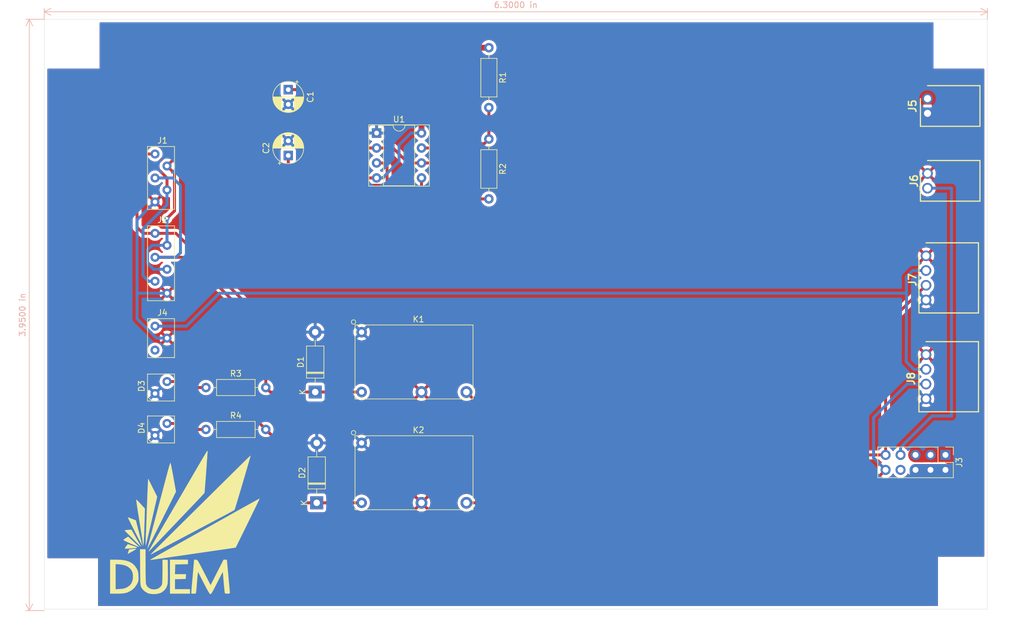
<source format=kicad_pcb>
(kicad_pcb (version 20171130) (host pcbnew "(5.1.5)-3")
  (layers (0 F.Cu signal) (31 B.Cu signal) (34 B.Paste user) (35 F.Paste user) (36 B.SilkS user) (37 F.SilkS user) (38 B.Mask user) (39 F.Mask user) (44 Edge.Cuts user))
  (net 0 "")
  (net 1 GND)
  (net 2 "Net-(C1-Pad1)")
  (net 3 "Net-(C2-Pad1)")
  (net 4 LeftSignal)
  (net 5 RightSignal)
  (net 6 +12V)
  (net 7 Ind12V)
  (net 8 FlashingSignal)
  (net 9 SignalL)
  (net 10 SignalR)
  (net 11 BrakeSignal)
  (net 12 "Net-(J4-Pad3)")
  (net 13 SignalHead)
  (net 14 "Net-(D3-Pad2)")
  (net 15 "Net-(D4-Pad2)")
  (net 16 "Net-(R1-Pad2)")
  (net 17 "Net-(J3-Pad8)")
  (module Connector_PinHeader_2.54mm:PinHeader_2x05_P2.54mm_Vertical (layer F.Cu) (at 228.854 104.14 270)
    (fp_text reference J3 (at 1.27 -2.33 90) (layer F.SilkS))
    (fp_text value UpperBoardHeader)
    (pad 10 thru_hole oval (at 2.54 10.16 270) (size 1.7 1.7) (drill 1) (layers *.Cu *.Mask) (net 10 SignalR))
    (pad 9 thru_hole oval (at 0 10.16 270) (size 1.7 1.7) (drill 1) (layers *.Cu *.Mask) (net 9 SignalL))
    (pad 8 thru_hole oval (at 2.54 7.62 270) (size 1.7 1.7) (drill 1) (layers *.Cu *.Mask) (net 17 "Net-(J3-Pad8)"))
    (pad 7 thru_hole oval (at 0 7.62 270) (size 1.7 1.7) (drill 1) (layers *.Cu *.Mask) (net 11 BrakeSignal))
    (pad 6 thru_hole oval (at 2.54 5.08 270) (size 1.7 1.7) (drill 1) (layers *.Cu *.Mask) (net 1 GND))
    (pad 5 thru_hole oval (at 0 5.08 270) (size 1.7 1.7) (drill 1) (layers *.Cu *.Mask) (net 6 +12V))
    (pad 4 thru_hole oval (at 2.54 2.54 270) (size 1.7 1.7) (drill 1) (layers *.Cu *.Mask) (net 1 GND))
    (pad 3 thru_hole oval (at 0 2.54 270) (size 1.7 1.7) (drill 1) (layers *.Cu *.Mask) (net 6 +12V))
    (pad 2 thru_hole oval (at 2.54 0 270) (size 1.7 1.7) (drill 1) (layers *.Cu *.Mask) (net 1 GND))
    (pad 1 thru_hole rect (at 0 0 270) (size 1.7 1.7) (drill 1) (layers *.Cu *.Mask) (net 6 +12V))
  )
  (module duem-footprints:duem_logo (layer F.Cu) (at 99.822 115.57)
    (fp_text reference G*** hide)
    (fp_text value LOGO hide)
  )
  (module duem-footprints:Phoenix_2Way_P2.5mm (layer F.Cu) (at 225.806 56.388 270)
    (fp_text reference J6 (at 1.27 2.286 90) (layer F.SilkS) (effects (font (size 1.27 1.27) (thickness 0.254))))
    (fp_text value BrakeSwitch hide)
    (pad 1 thru_hole circle (at 0 0 270) (size 1.8 1.8) (drill 1.2) (layers *.Cu *.Mask) (net 6 +12V))
    (pad 2 thru_hole circle (at 2.5 0 270) (size 1.8 1.8) (drill 1.2) (layers *.Cu *.Mask) (net 11 BrakeSignal))
  )
  (module Capacitor_THT:CP_Radial_D5.0mm_P2.50mm (layer F.Cu) (at 117.348 42.164 270)
    (fp_text reference C1 (at 1.25 -3.75 90) (layer F.SilkS))
    (fp_text value 4.7uF)
    (pad 2 thru_hole circle (at 2.5 0 270) (size 1.6 1.6) (drill 0.8) (layers *.Cu *.Mask) (net 1 GND))
    (pad 1 thru_hole rect (at 0 0 270) (size 1.6 1.6) (drill 0.8) (layers *.Cu *.Mask) (net 2 "Net-(C1-Pad1)"))
  )
  (module duem-footprints:MountingHole_2.7mm (layer F.Cu) (at 231.902 125.984)
    (fp_text reference H4 hide)
    (fp_text value MountingHole hide)
    (pad 1 np_thru_hole circle (at 0 0) (size 2.7 2.7) (drill 2.7) (layers *.Cu *.Mask))
  )
  (module duem-footprints:MountingHole_2.7mm (layer F.Cu) (at 80.264 34.29)
    (fp_text reference H3 hide)
    (fp_text value MountingHole hide)
    (pad 1 np_thru_hole circle (at 0 0) (size 2.7 2.7) (drill 2.7) (layers *.Cu *.Mask))
  )
  (module duem-footprints:MountingHole_2.7mm (layer F.Cu) (at 231.648 34.29)
    (fp_text reference H2 hide)
    (fp_text value MountingHole hide)
    (pad 1 np_thru_hole circle (at 0 0) (size 2.7 2.7) (drill 2.7) (layers *.Cu *.Mask))
  )
  (module duem-footprints:MountingHole_2.7mm (layer F.Cu) (at 80.01 125.984)
    (fp_text reference H1 hide)
    (fp_text value MountingHole hide)
    (pad 1 np_thru_hole circle (at 0 0) (size 2.7 2.7) (drill 2.7) (layers *.Cu *.Mask))
  )
  (module duem-footprints:flywire_6_special_haz (layer F.Cu) (at 95.758 68.58)
    (fp_text reference J2 (at 0.254 -4.318) (layer F.SilkS))
    (fp_text value "HazardLight Toggle")
    (pad 8 thru_hole circle (at 1.016 8.128) (size 1.524 1.524) (drill 0.762) (layers *.Cu *.Mask) (net 6 +12V))
    (pad 7 thru_hole circle (at -1.016 6.096) (size 1.524 1.524) (drill 0.762) (layers *.Cu *.Mask) (net 7 Ind12V))
    (pad 5 thru_hole circle (at 1.016 4.064) (size 1.524 1.524) (drill 0.762) (layers *.Cu *.Mask) (net 8 FlashingSignal))
    (pad 4 thru_hole circle (at -1.016 2.032) (size 1.524 1.524) (drill 0.762) (layers *.Cu *.Mask) (net 5 RightSignal))
    (pad 2 thru_hole circle (at 1.016 0) (size 1.524 1.524) (drill 0.762) (layers *.Cu *.Mask) (net 8 FlashingSignal))
    (pad 1 thru_hole circle (at -1.016 -2.032) (size 1.524 1.524) (drill 0.762) (layers *.Cu *.Mask) (net 4 LeftSignal))
  )
  (module duem-footprints:DK_Relay (layer F.Cu) (at 129.794 102.108)
    (fp_text reference K2 (at 9.652 -2.1844) (layer F.SilkS))
    (fp_text value DK_Relay)
    (pad 6 thru_hole circle (at 0 0) (size 1.8 1.8) (drill 0.9) (layers *.Cu *.Mask) (net 1 GND))
    (pad 1 thru_hole circle (at 0 10.16) (size 1.8 1.8) (drill 0.9) (layers *.Cu *.Mask) (net 5 RightSignal))
    (pad 3 thru_hole circle (at 10.16 10.16) (size 2 2) (drill 1.1) (layers *.Cu *.Mask) (net 6 +12V))
    (pad 4 thru_hole circle (at 17.78 10.16) (size 2 2) (drill 1.1) (layers *.Cu *.Mask) (net 10 SignalR))
  )
  (module duem-footprints:DK_Relay (layer F.Cu) (at 129.794 83.312)
    (fp_text reference K1 (at 9.652 -2.1844) (layer F.SilkS))
    (fp_text value DK_Relay)
    (pad 6 thru_hole circle (at 0 0) (size 1.8 1.8) (drill 0.9) (layers *.Cu *.Mask) (net 1 GND))
    (pad 1 thru_hole circle (at 0 10.16) (size 1.8 1.8) (drill 0.9) (layers *.Cu *.Mask) (net 4 LeftSignal))
    (pad 3 thru_hole circle (at 10.16 10.16) (size 2 2) (drill 1.1) (layers *.Cu *.Mask) (net 6 +12V))
    (pad 4 thru_hole circle (at 17.78 10.16) (size 2 2) (drill 1.1) (layers *.Cu *.Mask) (net 9 SignalL))
  )
  (module Package_DIP:DIP-8_W7.62mm_Socket (layer F.Cu) (at 132.334 49.53)
    (fp_text reference U1 (at 3.81 -2.33) (layer F.SilkS))
    (fp_text value NE555)
    (pad 8 thru_hole oval (at 7.62 0) (size 1.6 1.6) (drill 0.8) (layers *.Cu *.Mask) (net 7 Ind12V))
    (pad 4 thru_hole oval (at 0 7.62) (size 1.6 1.6) (drill 0.8) (layers *.Cu *.Mask) (net 7 Ind12V))
    (pad 7 thru_hole oval (at 7.62 2.54) (size 1.6 1.6) (drill 0.8) (layers *.Cu *.Mask) (net 16 "Net-(R1-Pad2)"))
    (pad 3 thru_hole oval (at 0 5.08) (size 1.6 1.6) (drill 0.8) (layers *.Cu *.Mask) (net 8 FlashingSignal))
    (pad 6 thru_hole oval (at 7.62 5.08) (size 1.6 1.6) (drill 0.8) (layers *.Cu *.Mask) (net 2 "Net-(C1-Pad1)"))
    (pad 2 thru_hole oval (at 0 2.54) (size 1.6 1.6) (drill 0.8) (layers *.Cu *.Mask) (net 2 "Net-(C1-Pad1)"))
    (pad 5 thru_hole oval (at 7.62 7.62) (size 1.6 1.6) (drill 0.8) (layers *.Cu *.Mask) (net 3 "Net-(C2-Pad1)"))
    (pad 1 thru_hole rect (at 0 0) (size 1.6 1.6) (drill 0.8) (layers *.Cu *.Mask) (net 1 GND))
  )
  (module Resistor_THT:R_Axial_DIN0207_L6.3mm_D2.5mm_P10.16mm_Horizontal (layer F.Cu) (at 103.378 99.822)
    (fp_text reference R4 (at 5.08 -2.37) (layer F.SilkS))
    (fp_text value 1k)
    (pad 2 thru_hole oval (at 10.16 0) (size 1.6 1.6) (drill 0.8) (layers *.Cu *.Mask) (net 5 RightSignal))
    (pad 1 thru_hole circle (at 0 0) (size 1.6 1.6) (drill 0.8) (layers *.Cu *.Mask) (net 15 "Net-(D4-Pad2)"))
  )
  (module Resistor_THT:R_Axial_DIN0207_L6.3mm_D2.5mm_P10.16mm_Horizontal (layer F.Cu) (at 103.378 92.71)
    (fp_text reference R3 (at 5.08 -2.37) (layer F.SilkS))
    (fp_text value 1k)
    (pad 2 thru_hole oval (at 10.16 0) (size 1.6 1.6) (drill 0.8) (layers *.Cu *.Mask) (net 4 LeftSignal))
    (pad 1 thru_hole circle (at 0 0) (size 1.6 1.6) (drill 0.8) (layers *.Cu *.Mask) (net 14 "Net-(D3-Pad2)"))
  )
  (module Resistor_THT:R_Axial_DIN0207_L6.3mm_D2.5mm_P10.16mm_Horizontal (layer F.Cu) (at 151.384 50.546 270)
    (fp_text reference R2 (at 5.08 -2.37 90) (layer F.SilkS))
    (fp_text value 100k)
    (pad 2 thru_hole oval (at 10.16 0 270) (size 1.6 1.6) (drill 0.8) (layers *.Cu *.Mask) (net 2 "Net-(C1-Pad1)"))
    (pad 1 thru_hole circle (at 0 0 270) (size 1.6 1.6) (drill 0.8) (layers *.Cu *.Mask) (net 16 "Net-(R1-Pad2)"))
  )
  (module Resistor_THT:R_Axial_DIN0207_L6.3mm_D2.5mm_P10.16mm_Horizontal (layer F.Cu) (at 151.384 35.052 270)
    (fp_text reference R1 (at 5.08 -2.37 90) (layer F.SilkS))
    (fp_text value 1k)
    (pad 2 thru_hole oval (at 10.16 0 270) (size 1.6 1.6) (drill 0.8) (layers *.Cu *.Mask) (net 16 "Net-(R1-Pad2)"))
    (pad 1 thru_hole circle (at 0 0 270) (size 1.6 1.6) (drill 0.8) (layers *.Cu *.Mask) (net 7 Ind12V))
  )
  (module duem-footprints:Phoenix_4Way_P2.5mm (layer F.Cu) (at 225.552 87.122 270)
    (fp_text reference J8 (at 4.064 2.54 90) (layer F.SilkS) (effects (font (size 1.27 1.27) (thickness 0.254))))
    (fp_text value FrontBS hide)
    (pad 1 thru_hole circle (at 0 0 270) (size 1.8 1.8) (drill 1.2) (layers *.Cu *.Mask) (net 6 +12V))
    (pad 2 thru_hole circle (at 2.5 0 270) (size 1.8 1.8) (drill 1.2) (layers *.Cu *.Mask) (net 13 SignalHead))
    (pad 3 thru_hole circle (at 5 0 270) (size 1.8 1.8) (drill 1.2) (layers *.Cu *.Mask) (net 10 SignalR))
    (pad 4 thru_hole circle (at 7.5 0 270) (size 1.8 1.8) (drill 1.2) (layers *.Cu *.Mask) (net 1 GND))
  )
  (module duem-footprints:Phoenix_4Way_P2.5mm (layer F.Cu) (at 225.552 70.358 270)
    (fp_text reference J7 (at 4.064 2.286 90) (layer F.SilkS) (effects (font (size 1.27 1.27) (thickness 0.254))))
    (fp_text value "Front DS" hide)
    (pad 1 thru_hole circle (at 0 0 270) (size 1.8 1.8) (drill 1.2) (layers *.Cu *.Mask) (net 6 +12V))
    (pad 2 thru_hole circle (at 2.5 0 270) (size 1.8 1.8) (drill 1.2) (layers *.Cu *.Mask) (net 13 SignalHead))
    (pad 3 thru_hole circle (at 5 0 270) (size 1.8 1.8) (drill 1.2) (layers *.Cu *.Mask) (net 9 SignalL))
    (pad 4 thru_hole circle (at 7.5 0 270) (size 1.8 1.8) (drill 1.2) (layers *.Cu *.Mask) (net 1 GND))
  )
  (module duem-footprints:Phoenix_2Way_P2.5mm (layer F.Cu) (at 225.806 43.688 270)
    (fp_text reference J5 (at 1.27 2.54 90) (layer F.SilkS) (effects (font (size 1.27 1.27) (thickness 0.254))))
    (fp_text value PowerConnector hide)
    (pad 1 thru_hole circle (at 0 0 270) (size 1.8 1.8) (drill 1.2) (layers *.Cu *.Mask) (net 6 +12V))
    (pad 2 thru_hole circle (at 2.5 0 270) (size 1.8 1.8) (drill 1.2) (layers *.Cu *.Mask) (net 1 GND))
  )
  (module duem-footprints:flywire_3 (layer F.Cu) (at 95.758 84.328)
    (fp_text reference J4 (at 0.254 -4.318) (layer F.SilkS))
    (fp_text value HeadLights)
    (pad 3 thru_hole circle (at -1.016 2.032) (size 1.524 1.524) (drill 0.762) (layers *.Cu *.Mask) (net 12 "Net-(J4-Pad3)"))
    (pad 2 thru_hole circle (at 1.016 0) (size 1.524 1.524) (drill 0.762) (layers *.Cu *.Mask) (net 6 +12V))
    (pad 1 thru_hole circle (at -1.016 -2.032) (size 1.524 1.524) (drill 0.762) (layers *.Cu *.Mask) (net 13 SignalHead))
  )
  (module duem-footprints:flywire_5 (layer F.Cu) (at 95.758 55.118)
    (fp_text reference J1 (at 0.254 -4.318) (layer F.SilkS))
    (fp_text value "Indicator ")
    (pad 5 thru_hole circle (at -1.016 6.096) (size 1.524 1.524) (drill 0.762) (layers *.Cu *.Mask) (net 6 +12V))
    (pad 4 thru_hole circle (at 1.016 4.064) (size 1.524 1.524) (drill 0.762) (layers *.Cu *.Mask) (net 7 Ind12V))
    (pad 3 thru_hole circle (at -1.016 2.032) (size 1.524 1.524) (drill 0.762) (layers *.Cu *.Mask) (net 5 RightSignal))
    (pad 2 thru_hole circle (at 1.016 0) (size 1.524 1.524) (drill 0.762) (layers *.Cu *.Mask) (net 8 FlashingSignal))
    (pad 1 thru_hole circle (at -1.016 -2.032) (size 1.524 1.524) (drill 0.762) (layers *.Cu *.Mask) (net 4 LeftSignal))
  )
  (module duem-footprints:flywire_2 (layer F.Cu) (at 96.774 99.822 90)
    (fp_text reference D4 (at 0.254 -4.318 90) (layer F.SilkS))
    (fp_text value LED)
    (pad 2 thru_hole circle (at 1.016 0 90) (size 1.524 1.524) (drill 0.762) (layers *.Cu *.Mask) (net 15 "Net-(D4-Pad2)"))
    (pad 1 thru_hole circle (at -1.016 -2.032 90) (size 1.524 1.524) (drill 0.762) (layers *.Cu *.Mask) (net 1 GND))
  )
  (module duem-footprints:flywire_2 (layer F.Cu) (at 96.774 92.71 90)
    (fp_text reference D3 (at 0.254 -4.318 90) (layer F.SilkS))
    (fp_text value LED)
    (pad 2 thru_hole circle (at 1.016 0 90) (size 1.524 1.524) (drill 0.762) (layers *.Cu *.Mask) (net 14 "Net-(D3-Pad2)"))
    (pad 1 thru_hole circle (at -1.016 -2.032 90) (size 1.524 1.524) (drill 0.762) (layers *.Cu *.Mask) (net 1 GND))
  )
  (module Diode_THT:D_DO-41_SOD81_P10.16mm_Horizontal (layer F.Cu) (at 122.174 112.268 90)
    (fp_text reference D2 (at 5.08 -2.47 90) (layer F.SilkS))
    (fp_text value D)
    (fp_text user K (at 0 -2.1 90) (layer F.SilkS))
    (pad 2 thru_hole oval (at 10.16 0 90) (size 2.2 2.2) (drill 1.1) (layers *.Cu *.Mask) (net 1 GND))
    (pad 1 thru_hole rect (at 0 0 90) (size 2.2 2.2) (drill 1.1) (layers *.Cu *.Mask) (net 5 RightSignal))
  )
  (module Diode_THT:D_DO-41_SOD81_P10.16mm_Horizontal (layer F.Cu) (at 121.92 93.472 90)
    (fp_text reference D1 (at 5.08 -2.47 90) (layer F.SilkS))
    (fp_text value D)
    (fp_text user K (at 0 -2.1 90) (layer F.SilkS))
    (pad 2 thru_hole oval (at 10.16 0 90) (size 2.2 2.2) (drill 1.1) (layers *.Cu *.Mask) (net 1 GND))
    (pad 1 thru_hole rect (at 0 0 90) (size 2.2 2.2) (drill 1.1) (layers *.Cu *.Mask) (net 4 LeftSignal))
  )
  (module Capacitor_THT:CP_Radial_D5.0mm_P2.50mm (layer F.Cu) (at 117.348 53.34 90)
    (fp_text reference C2 (at 1.25 -3.75 90) (layer F.SilkS))
    (fp_text value 0.01uF)
    (pad 2 thru_hole circle (at 2.5 0 90) (size 1.6 1.6) (drill 0.8) (layers *.Cu *.Mask) (net 1 GND))
    (pad 1 thru_hole rect (at 0 0 90) (size 1.6 1.6) (drill 0.8) (layers *.Cu *.Mask) (net 3 "Net-(C2-Pad1)"))
  )
  (dimension 100.33 (width 0.12) (layer B.SilkS) (gr_text "100.330 mm" (at 72.136001 80.391 270) (layer B.SilkS) (effects (font (size 1 1) (thickness 0.15)))) (feature1 (pts (xy 75.946 130.556) (xy 72.81958 130.556))) (feature2 (pts (xy 75.946 30.226) (xy 72.81958 30.226))) (crossbar (pts (xy 73.406001 30.226) (xy 73.406001 130.556))) (arrow1a (pts (xy 73.406001 130.556) (xy 72.81958 129.429496))) (arrow1b (pts (xy 73.406001 130.556) (xy 73.992422 129.429496))) (arrow2a (pts (xy 73.406001 30.226) (xy 72.81958 31.352504))) (arrow2b (pts (xy 73.406001 30.226) (xy 73.992422 31.352504))))
  (dimension 160.02 (width 0.12) (layer B.SilkS) (gr_text "160.020 mm" (at 155.956 27.686) (layer B.SilkS) (effects (font (size 1 1) (thickness 0.15)))) (feature1 (pts (xy 235.966 30.226) (xy 235.966 28.369579))) (feature2 (pts (xy 75.946 30.226) (xy 75.946 28.369579))) (crossbar (pts (xy 75.946 28.956) (xy 235.966 28.956))) (arrow1a (pts (xy 235.966 28.956) (xy 234.839496 29.542421))) (arrow1b (pts (xy 235.966 28.956) (xy 234.839496 28.369579))) (arrow2a (pts (xy 75.946 28.956) (xy 77.072504 29.542421))) (arrow2b (pts (xy 75.946 28.956) (xy 77.072504 28.369579))))
  (gr_line (start 235.966 130.302) (end 235.966 30.226) (layer Edge.Cuts) (width 0.05))
  (gr_line (start 75.946 130.302) (end 235.966 130.302) (layer Edge.Cuts) (width 0.05))
  (gr_line (start 75.946 30.226) (end 75.946 130.302) (layer Edge.Cuts) (width 0.05))
  (gr_line (start 235.966 30.226) (end 75.946 30.226) (layer Edge.Cuts) (width 0.05))
  (segment (start 227.29 46.188) (end 225.806 46.188) (width 2) (layer B.Cu) (net 1))
  (segment (start 224.322 46.188) (end 225.806 46.188) (width 2) (layer B.Cu) (net 1))
  (segment (start 225.806 46.188) (end 225.806 47.460792) (width 2) (layer B.Cu) (net 1))
  (segment (start 228.854 106.68) (end 230.378 106.68) (width 2) (layer B.Cu) (net 1))
  (segment (start 230.378 106.68) (end 230.378 108.204) (width 2) (layer B.Cu) (net 1))
  (segment (start 230.378 108.204) (end 223.774 108.204) (width 2) (layer B.Cu) (net 1))
  (segment (start 225.044 106.68) (end 228.854 106.68) (width 2) (layer B.Cu) (net 1))
  (segment (start 225.044 106.68) (end 223.774 106.68) (width 2) (layer B.Cu) (net 1))
  (segment (start 223.774 107.882081) (end 222.690081 108.966) (width 2) (layer B.Cu) (net 1))
  (segment (start 223.774 106.68) (end 223.774 107.882081) (width 2) (layer B.Cu) (net 1))
  (segment (start 118.648 42.164) (end 119.126 42.164) (width 0.5) (layer F.Cu) (net 2))
  (segment (start 117.348 42.164) (end 118.648 42.164) (width 0.5) (layer F.Cu) (net 2))
  (segment (start 119.38 42.164) (end 119.126 42.164) (width 0.25) (layer F.Cu) (net 2))
  (segment (start 129.286 52.07) (end 132.334 52.07) (width 0.5) (layer F.Cu) (net 2))
  (segment (start 119.38 42.164) (end 129.286 52.07) (width 0.5) (layer F.Cu) (net 2))
  (segment (start 132.334 52.07) (end 135.128 52.07) (width 0.5) (layer F.Cu) (net 2))
  (segment (start 135.128 52.07) (end 137.668 54.61) (width 0.5) (layer F.Cu) (net 2))
  (segment (start 137.668 54.61) (end 139.954 54.61) (width 0.5) (layer F.Cu) (net 2))
  (segment (start 142.748 54.61) (end 148.844 60.706) (width 0.5) (layer F.Cu) (net 2))
  (segment (start 139.954 54.61) (end 142.748 54.61) (width 0.5) (layer F.Cu) (net 2))
  (segment (start 148.844 60.706) (end 151.384 60.706) (width 0.5) (layer F.Cu) (net 2))
  (segment (start 137.922 60.96) (end 139.954 58.928) (width 0.5) (layer F.Cu) (net 3))
  (segment (start 123.668 60.96) (end 137.922 60.96) (width 0.5) (layer F.Cu) (net 3))
  (segment (start 117.348 53.34) (end 117.348 54.64) (width 0.5) (layer F.Cu) (net 3))
  (segment (start 139.954 58.928) (end 139.954 57.15) (width 0.5) (layer F.Cu) (net 3))
  (segment (start 117.348 54.64) (end 123.668 60.96) (width 0.5) (layer F.Cu) (net 3))
  (segment (start 129.54 93.726) (end 129.794 93.472) (width 1) (layer F.Cu) (net 4))
  (segment (start 123.52 93.472) (end 129.794 93.472) (width 0.5) (layer F.Cu) (net 4))
  (segment (start 121.92 93.472) (end 123.52 93.472) (width 0.5) (layer F.Cu) (net 4))
  (segment (start 113.538 92.71) (end 113.538 81.788) (width 0.5) (layer F.Cu) (net 4))
  (segment (start 113.538 81.788) (end 98.298 66.548) (width 0.5) (layer F.Cu) (net 4))
  (segment (start 92.71 53.086) (end 94.742 53.086) (width 0.5) (layer F.Cu) (net 4))
  (segment (start 91.694 54.102) (end 92.71 53.086) (width 0.5) (layer F.Cu) (net 4))
  (segment (start 91.694 65.532) (end 91.694 54.102) (width 0.5) (layer F.Cu) (net 4))
  (segment (start 92.71 66.548) (end 91.694 65.532) (width 0.5) (layer F.Cu) (net 4))
  (segment (start 92.71 66.548) (end 94.742 66.548) (width 0.5) (layer F.Cu) (net 4))
  (segment (start 94.742 66.548) (end 98.298 66.548) (width 0.5) (layer F.Cu) (net 4))
  (segment (start 114.337999 93.509999) (end 114.770001 93.509999) (width 0.5) (layer F.Cu) (net 4))
  (segment (start 113.538 92.71) (end 114.337999 93.509999) (width 0.5) (layer F.Cu) (net 4))
  (segment (start 114.808 93.472) (end 121.92 93.472) (width 0.5) (layer F.Cu) (net 4))
  (segment (start 114.770001 93.509999) (end 114.808 93.472) (width 0.5) (layer F.Cu) (net 4))
  (segment (start 113.538 99.822) (end 114.337999 100.621999) (width 0.5) (layer F.Cu) (net 5))
  (segment (start 118.364 112.268) (end 122.174 112.268) (width 0.5) (layer F.Cu) (net 5))
  (segment (start 123.774 112.268) (end 129.794 112.268) (width 0.5) (layer F.Cu) (net 5))
  (segment (start 122.174 112.268) (end 123.774 112.268) (width 0.5) (layer F.Cu) (net 5))
  (segment (start 113.538 99.822) (end 111.506 97.79) (width 0.5) (layer F.Cu) (net 5))
  (segment (start 111.506 97.79) (end 111.506 81.534) (width 0.5) (layer F.Cu) (net 5))
  (segment (start 111.506 81.534) (end 100.584 70.612) (width 0.5) (layer F.Cu) (net 5))
  (segment (start 94.742 70.612) (end 100.584 70.612) (width 0.5) (layer F.Cu) (net 5))
  (segment (start 94.742 57.15) (end 97.79 57.15) (width 0.5) (layer B.Cu) (net 5))
  (segment (start 97.79 57.15) (end 99.06 58.42) (width 0.5) (layer B.Cu) (net 5))
  (segment (start 99.06 58.42) (end 99.06 69.85) (width 0.5) (layer B.Cu) (net 5))
  (segment (start 99.06 69.85) (end 98.298 70.612) (width 0.5) (layer B.Cu) (net 5))
  (segment (start 98.298 70.612) (end 94.742 70.612) (width 0.5) (layer B.Cu) (net 5))
  (segment (start 118.364 104.648) (end 113.538 99.822) (width 0.5) (layer F.Cu) (net 5))
  (segment (start 118.364 112.268) (end 118.364 104.648) (width 0.5) (layer F.Cu) (net 5))
  (segment (start 226.568 104.902) (end 225.806 104.14) (width 1) (layer F.Cu) (net 6))
  (segment (start 225.806 104.14) (end 224.79 104.14) (width 1) (layer F.Cu) (net 6))
  (segment (start 228.854 104.14) (end 224.79 104.14) (width 2.5) (layer F.Cu) (net 6))
  (segment (start 224.79 104.14) (end 223.774 104.14) (width 2.5) (layer F.Cu) (net 6))
  (segment (start 94.742 61.214) (end 91.694 64.262) (width 0.5) (layer B.Cu) (net 6))
  (segment (start 91.694 64.262) (end 91.694 75.946) (width 0.5) (layer B.Cu) (net 6))
  (segment (start 96.774 76.708) (end 92.456 76.708) (width 0.5) (layer B.Cu) (net 6))
  (segment (start 96.774 84.328) (end 94.980238 84.328) (width 0.5) (layer B.Cu) (net 6))
  (segment (start 91.694 75.946) (end 91.694 76.2) (width 0.5) (layer B.Cu) (net 6))
  (segment (start 94.980238 84.328) (end 91.694 81.041762) (width 0.5) (layer B.Cu) (net 6))
  (segment (start 92.456 76.708) (end 91.694 76.708) (width 0.5) (layer B.Cu) (net 6))
  (segment (start 91.694 81.041762) (end 91.694 76.708) (width 0.5) (layer B.Cu) (net 6))
  (segment (start 91.694 76.708) (end 91.694 76.2) (width 0.5) (layer B.Cu) (net 6))
  (segment (start 225.806 43.688) (end 223.774 43.688) (width 2) (layer F.Cu) (net 6))
  (segment (start 227.584 43.688) (end 223.774 43.688) (width 2) (layer F.Cu) (net 6))
  (segment (start 225.806 43.688) (end 225.806 42.672) (width 2) (layer F.Cu) (net 6))
  (segment (start 223.774 104.14) (end 223.774 102.937919) (width 2) (layer F.Cu) (net 6))
  (segment (start 223.774 102.937919) (end 230.310081 102.937919) (width 2) (layer F.Cu) (net 6))
  (segment (start 230.310081 102.937919) (end 230.378 103.005838) (width 2) (layer F.Cu) (net 6))
  (segment (start 230.378 103.005838) (end 230.378 104.648) (width 2) (layer F.Cu) (net 6))
  (segment (start 229.362 104.648) (end 228.854 104.14) (width 2) (layer F.Cu) (net 6))
  (segment (start 230.378 104.648) (end 229.362 104.648) (width 2) (layer F.Cu) (net 6))
  (segment (start 93.66437 74.676) (end 92.71 73.72163) (width 0.5) (layer B.Cu) (net 7))
  (segment (start 94.742 74.676) (end 93.66437 74.676) (width 0.5) (layer B.Cu) (net 7))
  (segment (start 92.71 73.72163) (end 92.71 65.786) (width 0.5) (layer B.Cu) (net 7))
  (segment (start 96.774 61.722) (end 96.774 59.182) (width 0.5) (layer B.Cu) (net 7))
  (segment (start 92.71 65.786) (end 96.774 61.722) (width 0.5) (layer B.Cu) (net 7))
  (segment (start 138.176 49.53) (end 139.954 49.53) (width 0.5) (layer B.Cu) (net 7))
  (segment (start 133.46537 57.15) (end 133.46537 57.03463) (width 0.5) (layer B.Cu) (net 7))
  (segment (start 136.144 54.356) (end 136.144 51.562) (width 0.5) (layer B.Cu) (net 7))
  (segment (start 136.144 51.562) (end 138.176 49.53) (width 0.5) (layer B.Cu) (net 7))
  (segment (start 132.334 57.15) (end 133.46537 57.15) (width 0.5) (layer B.Cu) (net 7))
  (segment (start 133.46537 57.03463) (end 136.144 54.356) (width 0.5) (layer B.Cu) (net 7))
  (segment (start 139.954 49.53) (end 139.954 43.18) (width 1) (layer F.Cu) (net 7))
  (segment (start 148.082 35.052) (end 151.384 35.052) (width 1) (layer F.Cu) (net 7))
  (segment (start 139.954 43.18) (end 148.082 35.052) (width 1) (layer F.Cu) (net 7))
  (segment (start 129.286 57.15) (end 132.334 57.15) (width 0.5) (layer F.Cu) (net 7))
  (segment (start 120.142 48.006) (end 129.286 57.15) (width 0.5) (layer F.Cu) (net 7))
  (segment (start 96.774 57.15) (end 94.996 55.372) (width 0.5) (layer F.Cu) (net 7))
  (segment (start 94.996 55.372) (end 94.996 54.864) (width 0.5) (layer F.Cu) (net 7))
  (segment (start 96.774 59.182) (end 96.774 57.15) (width 0.5) (layer F.Cu) (net 7))
  (segment (start 101.854 48.006) (end 120.142 48.006) (width 0.5) (layer F.Cu) (net 7))
  (segment (start 94.996 54.864) (end 101.854 48.006) (width 0.5) (layer F.Cu) (net 7))
  (segment (start 94.488 72.644) (end 96.774 72.644) (width 0.5) (layer B.Cu) (net 8))
  (segment (start 93.472 69.342) (end 93.472 71.628) (width 0.5) (layer B.Cu) (net 8))
  (segment (start 93.472 71.628) (end 94.488 72.644) (width 0.5) (layer B.Cu) (net 8))
  (segment (start 96.774 68.58) (end 94.234 68.58) (width 0.5) (layer B.Cu) (net 8))
  (segment (start 94.234 68.58) (end 93.472 69.342) (width 0.5) (layer B.Cu) (net 8))
  (segment (start 134.112 55.25663) (end 133.46537 54.61) (width 0.5) (layer F.Cu) (net 8))
  (segment (start 133.46537 54.61) (end 132.334 54.61) (width 0.5) (layer F.Cu) (net 8))
  (segment (start 119.888 49.022) (end 129.266001 58.400001) (width 0.5) (layer F.Cu) (net 8))
  (segment (start 129.266001 58.400001) (end 133.623999 58.400001) (width 0.5) (layer F.Cu) (net 8))
  (segment (start 133.623999 58.400001) (end 134.112 57.912) (width 0.5) (layer F.Cu) (net 8))
  (segment (start 134.112 57.912) (end 134.112 55.25663) (width 0.5) (layer F.Cu) (net 8))
  (segment (start 102.362 49.53) (end 96.774 55.118) (width 0.5) (layer F.Cu) (net 8))
  (segment (start 96.774 55.118) (end 98.044 56.388) (width 0.5) (layer F.Cu) (net 8))
  (segment (start 96.774 64.008) (end 96.774 64.008) (width 0.5) (layer F.Cu) (net 8))
  (segment (start 98.044 56.388) (end 98.044 62.738) (width 0.5) (layer F.Cu) (net 8))
  (segment (start 98.044 62.738) (end 96.774 64.008) (width 0.5) (layer F.Cu) (net 8))
  (segment (start 96.774 64.008) (end 96.774 68.58) (width 0.5) (layer B.Cu) (net 8))
  (via (at 96.774 64.008) (size 0.8) (drill 0.4) (layers F.Cu B.Cu) (net 8))
  (segment (start 102.362 49.53) (end 102.87 49.022) (width 0.5) (layer F.Cu) (net 8))
  (segment (start 119.888 49.022) (end 102.87 49.022) (width 0.5) (layer F.Cu) (net 8))
  (segment (start 158.242 104.14) (end 218.694 104.14) (width 0.5) (layer F.Cu) (net 9))
  (segment (start 147.574 93.472) (end 158.242 104.14) (width 0.5) (layer F.Cu) (net 9))
  (segment (start 218.694 82.216) (end 225.552 75.358) (width 0.5) (layer F.Cu) (net 9))
  (segment (start 218.694 104.14) (end 218.694 82.216) (width 0.5) (layer F.Cu) (net 9))
  (segment (start 213.106 112.268) (end 218.694 106.68) (width 0.5) (layer F.Cu) (net 10))
  (segment (start 147.574 112.268) (end 213.106 112.268) (width 0.5) (layer F.Cu) (net 10))
  (segment (start 218.694 106.68) (end 216.662 104.648) (width 0.5) (layer B.Cu) (net 10))
  (segment (start 216.662 104.648) (end 216.662 97.79) (width 0.5) (layer B.Cu) (net 10))
  (segment (start 222.33 92.122) (end 225.552 92.122) (width 0.5) (layer B.Cu) (net 10))
  (segment (start 216.662 97.79) (end 222.33 92.122) (width 0.5) (layer B.Cu) (net 10))
  (segment (start 221.234 102.87) (end 226.568 97.536) (width 0.5) (layer B.Cu) (net 11))
  (segment (start 221.234 104.14) (end 221.234 102.87) (width 0.5) (layer B.Cu) (net 11))
  (segment (start 226.568 97.536) (end 229.87 97.536) (width 0.5) (layer B.Cu) (net 11))
  (segment (start 229.83 58.888) (end 225.806 58.888) (width 0.5) (layer B.Cu) (net 11))
  (segment (start 229.87 97.536) (end 229.87 58.928) (width 0.5) (layer B.Cu) (net 11))
  (segment (start 229.87 58.928) (end 229.83 58.888) (width 0.5) (layer B.Cu) (net 11))
  (segment (start 225.552 89.622) (end 223.48 89.622) (width 0.5) (layer B.Cu) (net 13))
  (segment (start 223.48 89.622) (end 222.20399 88.34599) (width 0.5) (layer B.Cu) (net 13))
  (segment (start 223.306 72.858) (end 225.552 72.858) (width 0.5) (layer B.Cu) (net 13))
  (segment (start 222.20399 73.96001) (end 223.306 72.858) (width 0.5) (layer B.Cu) (net 13))
  (segment (start 221.996 76.708) (end 222.25 76.454) (width 0.5) (layer B.Cu) (net 13))
  (segment (start 222.25 76.454) (end 222.20399 73.96001) (width 0.5) (layer B.Cu) (net 13))
  (segment (start 94.742 82.296) (end 100.076 82.296) (width 0.5) (layer B.Cu) (net 13))
  (segment (start 100.076 82.296) (end 105.664 76.708) (width 0.5) (layer B.Cu) (net 13))
  (segment (start 222.20399 88.34599) (end 222.25 76.454) (width 0.5) (layer B.Cu) (net 13))
  (segment (start 105.664 76.708) (end 221.996 76.708) (width 0.5) (layer B.Cu) (net 13))
  (segment (start 103.378 92.71) (end 99.568 92.71) (width 0.5) (layer F.Cu) (net 14))
  (segment (start 98.552 91.694) (end 96.774 91.694) (width 0.5) (layer F.Cu) (net 14))
  (segment (start 99.568 92.71) (end 98.552 91.694) (width 0.5) (layer F.Cu) (net 14))
  (segment (start 103.378 99.822) (end 99.568 99.822) (width 0.5) (layer F.Cu) (net 15))
  (segment (start 98.552 98.806) (end 96.774 98.806) (width 0.5) (layer F.Cu) (net 15))
  (segment (start 99.568 99.822) (end 98.552 98.806) (width 0.5) (layer F.Cu) (net 15))
  (segment (start 150.584001 51.345999) (end 151.384 50.546) (width 0.5) (layer F.Cu) (net 16))
  (segment (start 143.293999 51.345999) (end 150.584001 51.345999) (width 0.5) (layer F.Cu) (net 16))
  (segment (start 139.954 52.07) (end 142.569998 52.07) (width 0.5) (layer F.Cu) (net 16))
  (segment (start 142.569998 52.07) (end 143.293999 51.345999) (width 0.5) (layer F.Cu) (net 16))
  (segment (start 151.384 50.546) (end 151.384 45.212) (width 0.5) (layer F.Cu) (net 16))
  (zone (net 0) (net_name "") (layer F.Cu) (connect_pads (clearance 0.508)) (min_thickness 0.254) (fill (arc_segments 32) (thermal_gap 0.508) (thermal_bridge_width 0.508))
    (polygon (pts (xy 129.032 58.928) (xy 134.112 58.928) (xy 134.62 58.42) (xy 134.62 55.118) (xy 133.604 54.102) (xy 133.096 54.102) (xy 133.096 52.578) (xy 134.874 52.578) (xy 137.414 55.118) (xy 139.446 55.118) (xy 139.446 58.674) (xy 137.668 60.452) (xy 123.952 60.452) (xy 118.364 54.864) (xy 118.364 49.53) (xy 119.634 49.53)))
  )
  (zone (net 0) (net_name "") (layers F&B.Cu) (connect_pads (clearance 0.508)) (min_thickness 0.254)
    (keepout (tracks not_allowed) (vias not_allowed) (copperpour not_allowed))
    (fill (arc_segments 32) (thermal_gap 0.508) (thermal_bridge_width 0.508))
    (polygon (pts (xy 235.966 130.302) (xy 227.584 130.33375) (xy 227.584 121.412) (xy 235.966 121.412)))
  )
  (zone (net 0) (net_name "") (layers F&B.Cu) (connect_pads (clearance 0.508)) (min_thickness 0.254)
    (keepout (tracks not_allowed) (vias not_allowed) (copperpour not_allowed))
    (fill (arc_segments 32) (thermal_gap 0.508) (thermal_bridge_width 0.508))
    (polygon (pts (xy 85.344 38.608) (xy 75.946 38.608) (xy 75.946 30.226) (xy 85.344 30.226)))
  )
  (zone (net 0) (net_name "") (layers F&B.Cu) (connect_pads (clearance 0.508)) (min_thickness 0.254)
    (keepout (tracks not_allowed) (vias not_allowed) (copperpour not_allowed))
    (fill (arc_segments 32) (thermal_gap 0.508) (thermal_bridge_width 0.508))
    (polygon (pts (xy 235.966 38.608) (xy 226.822 38.608) (xy 226.822 30.226) (xy 235.966 30.226)))
  )
  (zone (net 0) (net_name "") (layers F&B.Cu) (connect_pads (clearance 0.508)) (min_thickness 0.254)
    (keepout (tracks not_allowed) (vias not_allowed) (copperpour not_allowed))
    (fill (arc_segments 32) (thermal_gap 0.508) (thermal_bridge_width 0.508))
    (polygon (pts (xy 85.09 130.302) (xy 75.946 130.302) (xy 75.946 121.666) (xy 85.09 121.666)))
  )
  (zone (net 1) (net_name GND) (layer B.Cu) (connect_pads (clearance 0.508)) (min_thickness 0.254) (fill (arc_segments 32) (thermal_gap 0.508) (thermal_bridge_width 0.508))
    (polygon (pts (xy 236.22 130.302) (xy 75.946 130.302) (xy 75.946 30.226) (xy 235.966 30.226)))
  )
  (zone (net 6) (net_name +12V) (layer F.Cu) (connect_pads (clearance 0.508)) (min_thickness 0.254) (fill (arc_segments 32) (thermal_gap 0.508) (thermal_bridge_width 0.508))
    (polygon (pts (xy 235.966 130.302) (xy 75.946 130.302) (xy 75.946 30.226) (xy 235.966 30.226)))
  )
)
</source>
